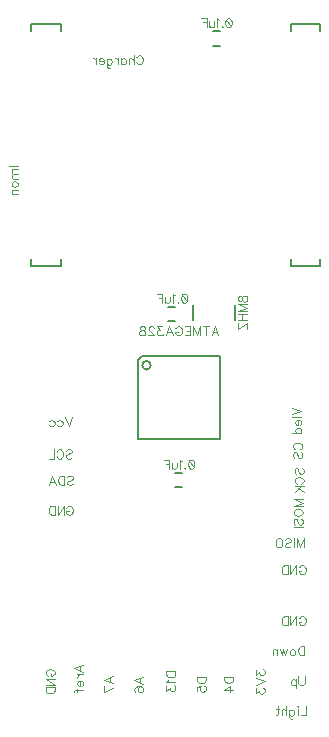
<source format=gbr>
G04 DipTrace 2.3.0.1*
%INBottomSilk.gbr*%
%MOIN*%
%ADD11C,0.006*%
%ADD24C,0.008*%
%ADD50C,0.0046*%
%FSLAX44Y44*%
G04*
G70*
G90*
G75*
G01*
%LNBotSilk*%
%LPD*%
X5864Y18736D2*
D11*
X5628D1*
X5864Y18264D2*
X5628D1*
X6096Y13201D2*
X5860D1*
X6096Y12729D2*
X5860D1*
X7342Y27918D2*
X7106D1*
X7342Y27446D2*
X7106D1*
X10696Y20105D2*
D24*
Y20322D1*
Y20105D2*
X9712D1*
Y20322D1*
Y27920D2*
Y28176D1*
X10696D1*
Y27920D1*
X2035Y20105D2*
Y20322D1*
Y20105D2*
X1051D1*
Y20322D1*
Y27920D2*
Y28176D1*
X2035D1*
Y27920D1*
X4758Y16787D2*
G02X4758Y16787I141J0D01*
G01*
X4600Y14327D2*
D11*
X7360D1*
Y17087D1*
X4740D1*
X4600Y16947D2*
Y14327D1*
Y16947D2*
X4740Y17087D1*
X7851Y18301D2*
D24*
Y18813D1*
X6434D2*
Y18301D1*
X6168Y19175D2*
D50*
X6211Y19161D1*
X6240Y19118D1*
X6254Y19046D1*
Y19003D1*
X6240Y18931D1*
X6211Y18888D1*
X6168Y18874D1*
X6139D1*
X6096Y18888D1*
X6068Y18931D1*
X6053Y19003D1*
Y19046D1*
X6068Y19118D1*
X6096Y19161D1*
X6139Y19175D1*
X6168D1*
X6068Y19118D2*
X6240Y18931D1*
X5946Y18903D2*
X5961Y18888D1*
X5946Y18874D1*
X5932Y18888D1*
X5946Y18903D1*
X5839Y19118D2*
X5810Y19132D1*
X5767Y19175D1*
Y18874D1*
X5674Y19075D2*
Y18931D1*
X5660Y18889D1*
X5631Y18874D1*
X5588D1*
X5560Y18889D1*
X5517Y18931D1*
Y19075D2*
Y18874D1*
X5237Y19176D2*
X5424D1*
Y18874D1*
Y19032D2*
X5309D1*
X6400Y13640D2*
X6443Y13626D1*
X6472Y13583D1*
X6486Y13511D1*
Y13468D1*
X6472Y13397D1*
X6443Y13354D1*
X6400Y13339D1*
X6371D1*
X6328Y13354D1*
X6300Y13397D1*
X6285Y13468D1*
Y13511D1*
X6300Y13583D1*
X6328Y13626D1*
X6371Y13640D1*
X6400D1*
X6300Y13583D2*
X6472Y13397D1*
X6178Y13368D2*
X6193Y13354D1*
X6178Y13339D1*
X6164Y13354D1*
X6178Y13368D1*
X6071Y13583D2*
X6042Y13598D1*
X5999Y13640D1*
Y13339D1*
X5906Y13540D2*
Y13397D1*
X5892Y13354D1*
X5863Y13339D1*
X5820D1*
X5792Y13354D1*
X5749Y13397D1*
Y13540D2*
Y13339D1*
X5469Y13641D2*
X5656D1*
Y13339D1*
Y13497D2*
X5541D1*
X7646Y28357D2*
X7689Y28343D1*
X7718Y28300D1*
X7732Y28228D1*
Y28185D1*
X7718Y28113D1*
X7689Y28070D1*
X7646Y28056D1*
X7617D1*
X7574Y28070D1*
X7546Y28113D1*
X7531Y28185D1*
Y28228D1*
X7546Y28300D1*
X7574Y28343D1*
X7617Y28357D1*
X7646D1*
X7546Y28300D2*
X7718Y28113D1*
X7424Y28085D2*
X7439Y28070D1*
X7424Y28056D1*
X7410Y28070D1*
X7424Y28085D1*
X7317Y28300D2*
X7288Y28314D1*
X7245Y28357D1*
Y28056D1*
X7153Y28257D2*
Y28113D1*
X7138Y28070D1*
X7109Y28056D1*
X7066D1*
X7038Y28070D1*
X6995Y28113D1*
Y28257D2*
Y28056D1*
X6715Y28357D2*
X6902D1*
Y28056D1*
Y28214D2*
X6787D1*
X7068Y17785D2*
X7183Y18086D1*
X7298Y17785D1*
X7254Y17885D2*
X7111D1*
X6875Y18086D2*
Y17785D1*
X6975Y18086D2*
X6774D1*
X6452Y17785D2*
Y18086D1*
X6567Y17785D1*
X6681Y18086D1*
Y17785D1*
X6173Y18086D2*
X6359D1*
Y17785D1*
X6173D1*
X6359Y17942D2*
X6245D1*
X5865Y18014D2*
X5879Y18043D1*
X5908Y18072D1*
X5937Y18086D1*
X5994D1*
X6023Y18072D1*
X6052Y18043D1*
X6066Y18014D1*
X6080Y17971D1*
Y17899D1*
X6066Y17856D1*
X6052Y17828D1*
X6023Y17799D1*
X5994Y17785D1*
X5937D1*
X5908Y17799D1*
X5879Y17828D1*
X5865Y17856D1*
Y17899D1*
X5937D1*
X5543Y17785D2*
X5658Y18086D1*
X5773Y17785D1*
X5729Y17885D2*
X5586D1*
X5421Y18086D2*
X5264D1*
X5350Y17971D1*
X5306D1*
X5278Y17957D1*
X5264Y17942D1*
X5249Y17899D1*
Y17871D1*
X5264Y17828D1*
X5292Y17799D1*
X5335Y17785D1*
X5378D1*
X5421Y17799D1*
X5435Y17813D1*
X5450Y17842D1*
X5142Y18014D2*
Y18028D1*
X5128Y18057D1*
X5113Y18071D1*
X5085Y18086D1*
X5027D1*
X4999Y18071D1*
X4984Y18057D1*
X4970Y18028D1*
Y18000D1*
X4984Y17971D1*
X5013Y17928D1*
X5156Y17785D1*
X4956D1*
X4791Y18086D2*
X4834Y18071D1*
X4849Y18043D1*
Y18014D1*
X4834Y17985D1*
X4806Y17971D1*
X4748Y17957D1*
X4705Y17942D1*
X4677Y17914D1*
X4662Y17885D1*
Y17842D1*
X4677Y17813D1*
X4691Y17799D1*
X4734Y17785D1*
X4791D1*
X4834Y17799D1*
X4849Y17813D1*
X4863Y17842D1*
Y17885D1*
X4849Y17914D1*
X4820Y17942D1*
X4777Y17957D1*
X4720Y17971D1*
X4691Y17985D1*
X4677Y18014D1*
Y18043D1*
X4691Y18071D1*
X4734Y18086D1*
X4791D1*
X7953Y19040D2*
X7967Y19083D1*
X7996Y19098D1*
X8025D1*
X8053Y19083D1*
X8068Y19055D1*
X8082Y18997D1*
X8096Y18954D1*
X8125Y18926D1*
X8154Y18911D1*
X8197D1*
X8225Y18926D1*
X8240Y18940D1*
X8254Y18983D1*
Y19040D1*
X8240Y19083D1*
X8225Y19098D1*
X8197Y19112D1*
X8154D1*
X8125Y19098D1*
X8096Y19069D1*
X8082Y19026D1*
X8068Y18969D1*
X8053Y18940D1*
X8025Y18926D1*
X7996D1*
X7967Y18940D1*
X7953Y18983D1*
Y19040D1*
X8254Y18589D2*
X7953D1*
X8254Y18704D1*
X7953Y18819D1*
X8254D1*
X7953Y18497D2*
X8254D1*
X7953Y18296D2*
X8254D1*
X8096Y18497D2*
Y18296D1*
X7953Y18203D2*
Y18002D1*
X8254Y18203D1*
Y18002D1*
X2421Y15060D2*
X2306Y14759D1*
X2192Y15060D1*
X1926Y14916D2*
X1955Y14945D1*
X1984Y14960D1*
X2027D1*
X2056Y14945D1*
X2084Y14916D1*
X2099Y14873D1*
Y14845D1*
X2084Y14802D1*
X2056Y14773D1*
X2027Y14759D1*
X1984D1*
X1955Y14773D1*
X1926Y14802D1*
X1661Y14916D2*
X1690Y14945D1*
X1719Y14960D1*
X1762D1*
X1791Y14945D1*
X1819Y14916D1*
X1834Y14873D1*
Y14845D1*
X1819Y14802D1*
X1791Y14773D1*
X1762Y14759D1*
X1719D1*
X1690Y14773D1*
X1661Y14802D1*
X2213Y13938D2*
X2241Y13967D1*
X2284Y13981D1*
X2342D1*
X2385Y13967D1*
X2414Y13938D1*
Y13910D1*
X2399Y13881D1*
X2385Y13867D1*
X2356Y13852D1*
X2270Y13824D1*
X2241Y13809D1*
X2227Y13795D1*
X2213Y13766D1*
Y13723D1*
X2241Y13695D1*
X2284Y13680D1*
X2342D1*
X2385Y13695D1*
X2414Y13723D1*
X1905Y13910D2*
X1919Y13938D1*
X1948Y13967D1*
X1976Y13981D1*
X2034D1*
X2063Y13967D1*
X2091Y13938D1*
X2106Y13910D1*
X2120Y13867D1*
Y13795D1*
X2106Y13752D1*
X2091Y13723D1*
X2063Y13695D1*
X2034Y13680D1*
X1976D1*
X1948Y13695D1*
X1919Y13723D1*
X1905Y13752D1*
X1812Y13981D2*
Y13680D1*
X1640D1*
X2256Y13058D2*
X2285Y13087D1*
X2328Y13101D1*
X2385D1*
X2428Y13087D1*
X2457Y13058D1*
Y13030D1*
X2442Y13001D1*
X2428Y12987D1*
X2400Y12972D1*
X2313Y12944D1*
X2285Y12929D1*
X2270Y12915D1*
X2256Y12886D1*
Y12843D1*
X2285Y12815D1*
X2328Y12800D1*
X2385D1*
X2428Y12815D1*
X2457Y12843D1*
X2163Y13101D2*
Y12800D1*
X2063D1*
X2020Y12815D1*
X1991Y12843D1*
X1977Y12872D1*
X1962Y12915D1*
Y12987D1*
X1977Y13030D1*
X1991Y13058D1*
X2020Y13087D1*
X2063Y13101D1*
X2163D1*
X1640Y12800D2*
X1755Y13101D1*
X1870Y12800D1*
X1827Y12900D2*
X1683D1*
X2227Y12030D2*
X2241Y12058D1*
X2270Y12087D1*
X2299Y12101D1*
X2356D1*
X2385Y12087D1*
X2414Y12058D1*
X2428Y12030D1*
X2442Y11987D1*
Y11915D1*
X2428Y11872D1*
X2414Y11843D1*
X2385Y11815D1*
X2356Y11800D1*
X2299D1*
X2270Y11815D1*
X2241Y11843D1*
X2227Y11872D1*
Y11915D1*
X2299D1*
X1934Y12101D2*
Y11800D1*
X2135Y12101D1*
Y11800D1*
X1841Y12101D2*
Y11800D1*
X1740D1*
X1697Y11815D1*
X1669Y11843D1*
X1654Y11872D1*
X1640Y11915D1*
Y11987D1*
X1654Y12030D1*
X1669Y12058D1*
X1697Y12087D1*
X1740Y12101D1*
X1841D1*
X9987Y8350D2*
X10001Y8378D1*
X10030Y8407D1*
X10059Y8421D1*
X10116D1*
X10145Y8407D1*
X10174Y8378D1*
X10188Y8350D1*
X10202Y8307D1*
Y8235D1*
X10188Y8192D1*
X10174Y8163D1*
X10145Y8135D1*
X10116Y8120D1*
X10059D1*
X10030Y8135D1*
X10001Y8163D1*
X9987Y8192D1*
Y8235D1*
X10059D1*
X9694Y8421D2*
Y8120D1*
X9895Y8421D1*
Y8120D1*
X9601Y8421D2*
Y8120D1*
X9500D1*
X9457Y8135D1*
X9429Y8163D1*
X9414Y8192D1*
X9400Y8235D1*
Y8307D1*
X9414Y8350D1*
X9429Y8378D1*
X9457Y8407D1*
X9500Y8421D1*
X9601D1*
X9987Y10050D2*
X10001Y10078D1*
X10030Y10107D1*
X10059Y10121D1*
X10116D1*
X10145Y10107D1*
X10174Y10078D1*
X10188Y10050D1*
X10202Y10007D1*
Y9935D1*
X10188Y9892D1*
X10174Y9863D1*
X10145Y9835D1*
X10116Y9820D1*
X10059D1*
X10030Y9835D1*
X10001Y9863D1*
X9987Y9892D1*
Y9935D1*
X10059D1*
X9694Y10121D2*
Y9820D1*
X9895Y10121D1*
Y9820D1*
X9601Y10121D2*
Y9820D1*
X9500D1*
X9457Y9835D1*
X9429Y9863D1*
X9414Y9892D1*
X9400Y9935D1*
Y10007D1*
X9414Y10050D1*
X9429Y10078D1*
X9457Y10107D1*
X9500Y10121D1*
X9601D1*
X9908Y10720D2*
Y11021D1*
X10023Y10720D1*
X10138Y11021D1*
Y10720D1*
X9816Y11021D2*
Y10720D1*
X9522Y10978D2*
X9551Y11007D1*
X9594Y11021D1*
X9651D1*
X9694Y11007D1*
X9723Y10978D1*
Y10950D1*
X9708Y10921D1*
X9694Y10907D1*
X9666Y10892D1*
X9579Y10864D1*
X9551Y10849D1*
X9536Y10835D1*
X9522Y10806D1*
Y10763D1*
X9551Y10735D1*
X9594Y10720D1*
X9651D1*
X9694Y10735D1*
X9723Y10763D1*
X9343Y11021D2*
X9372Y11007D1*
X9401Y10978D1*
X9415Y10950D1*
X9429Y10907D1*
Y10835D1*
X9415Y10792D1*
X9401Y10763D1*
X9372Y10735D1*
X9343Y10720D1*
X9286D1*
X9257Y10735D1*
X9229Y10763D1*
X9214Y10792D1*
X9200Y10835D1*
Y10907D1*
X9214Y10950D1*
X9229Y10978D1*
X9257Y11007D1*
X9286Y11021D1*
X9343D1*
X10102Y12092D2*
X9800D1*
X10102Y12207D1*
X9800Y12322D1*
X10102D1*
X9800Y11913D2*
X9814Y11942D1*
X9843Y11971D1*
X9872Y11985D1*
X9915Y11999D1*
X9987D1*
X10030Y11985D1*
X10058Y11971D1*
X10087Y11942D1*
X10102Y11913D1*
Y11856D1*
X10087Y11827D1*
X10058Y11798D1*
X10030Y11784D1*
X9987Y11770D1*
X9915D1*
X9872Y11784D1*
X9843Y11798D1*
X9814Y11827D1*
X9800Y11856D1*
Y11913D1*
X9843Y11476D2*
X9814Y11505D1*
X9800Y11548D1*
Y11605D1*
X9814Y11648D1*
X9843Y11677D1*
X9872D1*
X9901Y11663D1*
X9915Y11648D1*
X9929Y11620D1*
X9958Y11534D1*
X9972Y11505D1*
X9987Y11491D1*
X10015Y11476D1*
X10058D1*
X10087Y11505D1*
X10102Y11548D1*
Y11605D1*
X10087Y11648D1*
X10058Y11677D1*
X9800Y11384D2*
X10102D1*
X9876Y13153D2*
X9847Y13181D1*
X9832Y13224D1*
Y13282D1*
X9847Y13325D1*
X9876Y13354D1*
X9904D1*
X9933Y13339D1*
X9947Y13325D1*
X9961Y13296D1*
X9990Y13210D1*
X10005Y13181D1*
X10019Y13167D1*
X10048Y13153D1*
X10091D1*
X10119Y13181D1*
X10134Y13224D1*
Y13282D1*
X10119Y13325D1*
X10091Y13354D1*
X9904Y12845D2*
X9876Y12859D1*
X9847Y12888D1*
X9832Y12917D1*
Y12974D1*
X9847Y13003D1*
X9876Y13031D1*
X9904Y13046D1*
X9947Y13060D1*
X10019D1*
X10062Y13046D1*
X10091Y13031D1*
X10119Y13003D1*
X10134Y12974D1*
Y12917D1*
X10119Y12888D1*
X10091Y12859D1*
X10062Y12845D1*
X9832Y12752D2*
X10134D1*
X9832Y12551D2*
X10033Y12752D1*
X9961Y12681D2*
X10134Y12551D1*
X9857Y13992D2*
X9829Y14006D1*
X9800Y14035D1*
X9786Y14063D1*
Y14121D1*
X9800Y14150D1*
X9829Y14178D1*
X9857Y14193D1*
X9900Y14207D1*
X9972D1*
X10015Y14193D1*
X10044Y14178D1*
X10072Y14150D1*
X10087Y14121D1*
Y14063D1*
X10072Y14035D1*
X10044Y14006D1*
X10015Y13992D1*
X9829Y13698D2*
X9800Y13727D1*
X9786Y13770D1*
Y13827D1*
X9800Y13870D1*
X9829Y13899D1*
X9857D1*
X9886Y13885D1*
X9900Y13870D1*
X9915Y13842D1*
X9943Y13756D1*
X9958Y13727D1*
X9972Y13712D1*
X10001Y13698D1*
X10044D1*
X10072Y13727D1*
X10087Y13770D1*
Y13827D1*
X10072Y13870D1*
X10044Y13899D1*
X9757Y15378D2*
X10058Y15264D1*
X9757Y15149D1*
Y15056D2*
X10058D1*
X9944Y14964D2*
Y14792D1*
X9915D1*
X9886Y14806D1*
X9872Y14820D1*
X9857Y14849D1*
Y14892D1*
X9872Y14921D1*
X9901Y14949D1*
X9944Y14964D1*
X9972D1*
X10015Y14949D1*
X10044Y14921D1*
X10058Y14892D1*
Y14849D1*
X10044Y14820D1*
X10015Y14792D1*
X9757Y14527D2*
X10058D1*
X9901D2*
X9872Y14555D1*
X9857Y14584D1*
Y14627D1*
X9872Y14656D1*
X9901Y14685D1*
X9944Y14699D1*
X9972D1*
X10015Y14685D1*
X10044Y14656D1*
X10058Y14627D1*
Y14584D1*
X10044Y14555D1*
X10015Y14527D1*
X1604Y6439D2*
X1576Y6453D1*
X1547Y6482D1*
X1532Y6510D1*
Y6568D1*
X1547Y6596D1*
X1576Y6625D1*
X1604Y6640D1*
X1647Y6654D1*
X1719D1*
X1762Y6640D1*
X1791Y6625D1*
X1819Y6596D1*
X1834Y6568D1*
Y6510D1*
X1819Y6482D1*
X1791Y6453D1*
X1762Y6439D1*
X1719D1*
Y6510D1*
X1532Y6145D2*
X1834D1*
X1532Y6346D1*
X1834D1*
X1532Y6052D2*
X1834D1*
Y5952D1*
X1819Y5909D1*
X1791Y5880D1*
X1762Y5866D1*
X1719Y5851D1*
X1647D1*
X1604Y5866D1*
X1576Y5880D1*
X1547Y5909D1*
X1532Y5952D1*
Y6052D1*
X2787Y6578D2*
X2486Y6693D1*
X2787Y6807D1*
X2687Y6764D2*
Y6621D1*
X2587Y6485D2*
X2787D1*
X2673D2*
X2630Y6470D1*
X2601Y6442D1*
X2587Y6413D1*
Y6370D1*
X2673Y6277D2*
Y6105D1*
X2644D1*
X2615Y6119D1*
X2601Y6134D1*
X2587Y6163D1*
Y6206D1*
X2601Y6234D1*
X2630Y6263D1*
X2673Y6277D1*
X2701D1*
X2744Y6263D1*
X2773Y6234D1*
X2787Y6206D1*
Y6163D1*
X2773Y6134D1*
X2744Y6105D1*
X2486Y5898D2*
Y5926D1*
X2500Y5955D1*
X2543Y5969D1*
X2787D1*
X2587Y6013D2*
Y5912D1*
X3794Y6185D2*
X3493Y6300D1*
X3794Y6414D1*
X3694Y6371D2*
Y6228D1*
X3794Y6035D2*
X3493Y5891D1*
Y6092D1*
X4787Y6177D2*
X4486Y6292D1*
X4787Y6407D1*
X4687Y6364D2*
Y6220D1*
X4529Y5912D2*
X4500Y5927D1*
X4486Y5970D1*
Y5998D1*
X4500Y6041D1*
X4543Y6070D1*
X4615Y6085D1*
X4687D1*
X4744Y6070D1*
X4773Y6041D1*
X4787Y5998D1*
Y5984D1*
X4773Y5941D1*
X4744Y5912D1*
X4701Y5898D1*
X4687D1*
X4643Y5912D1*
X4615Y5941D1*
X4601Y5984D1*
Y5998D1*
X4615Y6041D1*
X4643Y6070D1*
X4687Y6085D1*
X5561Y6582D2*
X5862D1*
Y6482D1*
X5848Y6439D1*
X5819Y6410D1*
X5790Y6395D1*
X5747Y6381D1*
X5676D1*
X5632Y6395D1*
X5604Y6410D1*
X5575Y6439D1*
X5561Y6482D1*
Y6582D1*
X5618Y6289D2*
X5604Y6260D1*
X5561Y6217D1*
X5862D1*
X5561Y6095D2*
Y5938D1*
X5676Y6024D1*
Y5980D1*
X5690Y5952D1*
X5704Y5938D1*
X5747Y5923D1*
X5776D1*
X5819Y5938D1*
X5848Y5966D1*
X5862Y6009D1*
Y6052D1*
X5848Y6095D1*
X5833Y6109D1*
X5805Y6124D1*
X6578Y6400D2*
X6880D1*
Y6299D1*
X6865Y6256D1*
X6837Y6227D1*
X6808Y6213D1*
X6765Y6199D1*
X6693D1*
X6650Y6213D1*
X6622Y6227D1*
X6593Y6256D1*
X6578Y6299D1*
Y6400D1*
X6579Y5934D2*
Y6077D1*
X6708Y6092D1*
X6694Y6077D1*
X6679Y6034D1*
Y5992D1*
X6694Y5948D1*
X6722Y5920D1*
X6765Y5905D1*
X6794D1*
X6837Y5920D1*
X6866Y5948D1*
X6880Y5992D1*
Y6034D1*
X6866Y6077D1*
X6851Y6092D1*
X6823Y6106D1*
X7486Y6407D2*
X7787D1*
Y6307D1*
X7772Y6263D1*
X7744Y6235D1*
X7715Y6220D1*
X7672Y6206D1*
X7600D1*
X7557Y6220D1*
X7529Y6235D1*
X7500Y6263D1*
X7486Y6307D1*
Y6407D1*
X7787Y5970D2*
X7486D1*
X7687Y6113D1*
Y5898D1*
X8540Y6632D2*
Y6475D1*
X8655Y6560D1*
Y6517D1*
X8669Y6489D1*
X8683Y6475D1*
X8726Y6460D1*
X8755D1*
X8798Y6475D1*
X8827Y6503D1*
X8841Y6546D1*
Y6589D1*
X8827Y6632D1*
X8812Y6646D1*
X8784Y6661D1*
X8540Y6367D2*
X8841Y6253D1*
X8540Y6138D1*
Y6016D2*
Y5859D1*
X8655Y5945D1*
Y5902D1*
X8669Y5873D1*
X8683Y5859D1*
X8726Y5844D1*
X8755D1*
X8798Y5859D1*
X8827Y5887D1*
X8841Y5930D1*
Y5974D1*
X8827Y6016D1*
X8812Y6031D1*
X8784Y6045D1*
X10153Y7421D2*
Y7120D1*
X10052D1*
X10009Y7135D1*
X9980Y7163D1*
X9966Y7192D1*
X9952Y7235D1*
Y7307D1*
X9966Y7350D1*
X9980Y7378D1*
X10009Y7407D1*
X10052Y7421D1*
X10153D1*
X9788Y7321D2*
X9816Y7307D1*
X9845Y7278D1*
X9859Y7235D1*
Y7206D1*
X9845Y7163D1*
X9816Y7135D1*
X9788Y7120D1*
X9745D1*
X9716Y7135D1*
X9687Y7163D1*
X9673Y7206D1*
Y7235D1*
X9687Y7278D1*
X9716Y7307D1*
X9745Y7321D1*
X9788D1*
X9580D2*
X9523Y7120D1*
X9465Y7321D1*
X9408Y7120D1*
X9350Y7321D1*
X9258D2*
Y7120D1*
Y7264D2*
X9215Y7307D1*
X9186Y7321D1*
X9143D1*
X9114Y7307D1*
X9100Y7264D1*
Y7120D1*
X10166Y6421D2*
Y6206D1*
X10152Y6163D1*
X10123Y6135D1*
X10080Y6120D1*
X10051D1*
X10008Y6135D1*
X9979Y6163D1*
X9965Y6206D1*
Y6421D1*
X9872Y6321D2*
Y6019D1*
Y6278D2*
X9844Y6306D1*
X9815Y6321D1*
X9772D1*
X9743Y6306D1*
X9715Y6278D1*
X9700Y6235D1*
Y6206D1*
X9715Y6163D1*
X9743Y6134D1*
X9772Y6120D1*
X9815D1*
X9844Y6134D1*
X9872Y6163D1*
X10216Y5421D2*
Y5120D1*
X10044D1*
X9951Y5421D2*
X9937Y5407D1*
X9923Y5421D1*
X9937Y5436D1*
X9951Y5421D1*
X9937Y5321D2*
Y5120D1*
X9658Y5307D2*
Y5077D1*
X9672Y5034D1*
X9686Y5019D1*
X9715Y5005D1*
X9758D1*
X9787Y5019D1*
X9658Y5264D2*
X9686Y5292D1*
X9715Y5307D1*
X9758D1*
X9787Y5292D1*
X9816Y5264D1*
X9830Y5220D1*
Y5192D1*
X9816Y5149D1*
X9787Y5120D1*
X9758Y5106D1*
X9715D1*
X9686Y5120D1*
X9658Y5149D1*
X9565Y5421D2*
Y5120D1*
Y5264D2*
X9522Y5307D1*
X9493Y5321D1*
X9450D1*
X9422Y5307D1*
X9407Y5264D1*
Y5120D1*
X9272Y5421D2*
Y5177D1*
X9257Y5135D1*
X9229Y5120D1*
X9200D1*
X9315Y5321D2*
X9214D1*
X4560Y27050D2*
X4574Y27078D1*
X4603Y27107D1*
X4632Y27121D1*
X4689D1*
X4718Y27107D1*
X4746Y27078D1*
X4761Y27050D1*
X4775Y27007D1*
Y26935D1*
X4761Y26892D1*
X4746Y26863D1*
X4718Y26835D1*
X4689Y26820D1*
X4632D1*
X4603Y26835D1*
X4574Y26863D1*
X4560Y26892D1*
X4467Y27121D2*
Y26820D1*
Y26964D2*
X4424Y27007D1*
X4396Y27021D1*
X4352D1*
X4324Y27007D1*
X4310Y26964D1*
Y26820D1*
X4045Y27021D2*
Y26820D1*
Y26978D2*
X4073Y27007D1*
X4102Y27021D1*
X4145D1*
X4174Y27007D1*
X4202Y26978D1*
X4217Y26935D1*
Y26906D1*
X4202Y26863D1*
X4174Y26835D1*
X4145Y26820D1*
X4102D1*
X4073Y26835D1*
X4045Y26863D1*
X3952Y27021D2*
Y26820D1*
Y26935D2*
X3938Y26978D1*
X3909Y27007D1*
X3880Y27021D1*
X3837D1*
X3572Y27007D2*
Y26777D1*
X3587Y26734D1*
X3601Y26719D1*
X3630Y26705D1*
X3673D1*
X3701Y26719D1*
X3572Y26964D2*
X3601Y26992D1*
X3630Y27007D1*
X3673D1*
X3701Y26992D1*
X3730Y26964D1*
X3745Y26920D1*
Y26892D1*
X3730Y26849D1*
X3701Y26820D1*
X3673Y26806D1*
X3630D1*
X3601Y26820D1*
X3572Y26849D1*
X3480Y26935D2*
X3308D1*
Y26964D1*
X3322Y26992D1*
X3336Y27007D1*
X3365Y27021D1*
X3408D1*
X3437Y27007D1*
X3466Y26978D1*
X3480Y26935D1*
Y26906D1*
X3466Y26863D1*
X3437Y26835D1*
X3408Y26820D1*
X3365D1*
X3336Y26835D1*
X3308Y26863D1*
X3215Y27021D2*
Y26820D1*
Y26935D2*
X3200Y26978D1*
X3172Y27007D1*
X3143Y27021D1*
X3100D1*
X300Y23422D2*
X602D1*
X401Y23329D2*
X602D1*
X458D2*
X415Y23286D1*
X401Y23257D1*
Y23214D1*
X415Y23186D1*
X458Y23171D1*
X602D1*
X458D2*
X415Y23128D1*
X401Y23099D1*
Y23057D1*
X415Y23028D1*
X458Y23013D1*
X602D1*
X401Y22849D2*
X415Y22877D1*
X444Y22906D1*
X487Y22921D1*
X516D1*
X559Y22906D1*
X587Y22877D1*
X602Y22849D1*
Y22806D1*
X587Y22777D1*
X559Y22748D1*
X516Y22734D1*
X487D1*
X444Y22748D1*
X415Y22777D1*
X401Y22806D1*
Y22849D1*
Y22641D2*
X602D1*
X458D2*
X415Y22598D1*
X401Y22569D1*
Y22526D1*
X415Y22498D1*
X458Y22483D1*
X602D1*
M02*

</source>
